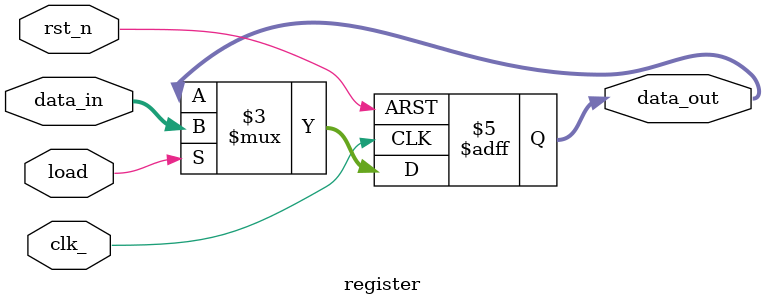
<source format=sv>
`timescale 1ns/100ps

module register #(parameter DATA_WIDTH = 8)
(
    input  logic clk_,
    input  logic rst_n,
    input  logic load,
    input  logic [DATA_WIDTH-1:0] data_in,
    output logic [DATA_WIDTH-1:0] data_out
);

    always_ff @(posedge clk_ or negedge rst_n) begin
        if (!rst_n)      
            data_out <= 'b0;
        else if (load)   
            data_out <= data_in;
    end

endmodule
</source>
